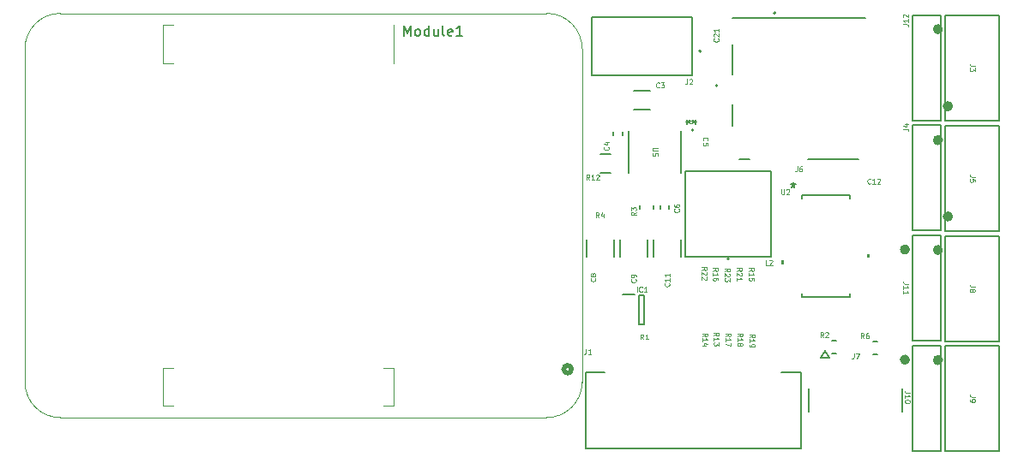
<source format=gbr>
%TF.GenerationSoftware,KiCad,Pcbnew,8.0.2*%
%TF.CreationDate,2024-10-21T09:55:00-04:00*%
%TF.ProjectId,Pi_Board,50695f42-6f61-4726-942e-6b696361645f,rev?*%
%TF.SameCoordinates,Original*%
%TF.FileFunction,Legend,Top*%
%TF.FilePolarity,Positive*%
%FSLAX46Y46*%
G04 Gerber Fmt 4.6, Leading zero omitted, Abs format (unit mm)*
G04 Created by KiCad (PCBNEW 8.0.2) date 2024-10-21 09:55:00*
%MOMM*%
%LPD*%
G01*
G04 APERTURE LIST*
%ADD10C,0.075000*%
%ADD11C,0.150000*%
%ADD12C,0.080000*%
%ADD13C,0.152400*%
%ADD14C,0.508000*%
%ADD15C,0.000000*%
%ADD16C,0.200000*%
%ADD17C,0.127000*%
%ADD18C,0.120000*%
G04 APERTURE END LIST*
D10*
X199827409Y-54654761D02*
X200184552Y-54654761D01*
X200184552Y-54654761D02*
X200255980Y-54678570D01*
X200255980Y-54678570D02*
X200303600Y-54726189D01*
X200303600Y-54726189D02*
X200327409Y-54797618D01*
X200327409Y-54797618D02*
X200327409Y-54845237D01*
X200327409Y-54154761D02*
X200327409Y-54440475D01*
X200327409Y-54297618D02*
X199827409Y-54297618D01*
X199827409Y-54297618D02*
X199898838Y-54345237D01*
X199898838Y-54345237D02*
X199946457Y-54392856D01*
X199946457Y-54392856D02*
X199970266Y-54440475D01*
X199875028Y-53964285D02*
X199851219Y-53940476D01*
X199851219Y-53940476D02*
X199827409Y-53892857D01*
X199827409Y-53892857D02*
X199827409Y-53773809D01*
X199827409Y-53773809D02*
X199851219Y-53726190D01*
X199851219Y-53726190D02*
X199875028Y-53702381D01*
X199875028Y-53702381D02*
X199922647Y-53678571D01*
X199922647Y-53678571D02*
X199970266Y-53678571D01*
X199970266Y-53678571D02*
X200041695Y-53702381D01*
X200041695Y-53702381D02*
X200327409Y-53988095D01*
X200327409Y-53988095D02*
X200327409Y-53678571D01*
X186516666Y-78477409D02*
X186278571Y-78477409D01*
X186278571Y-78477409D02*
X186278571Y-77977409D01*
X186659524Y-78025028D02*
X186683333Y-78001219D01*
X186683333Y-78001219D02*
X186730952Y-77977409D01*
X186730952Y-77977409D02*
X186850000Y-77977409D01*
X186850000Y-77977409D02*
X186897619Y-78001219D01*
X186897619Y-78001219D02*
X186921428Y-78025028D01*
X186921428Y-78025028D02*
X186945238Y-78072647D01*
X186945238Y-78072647D02*
X186945238Y-78120266D01*
X186945238Y-78120266D02*
X186921428Y-78191695D01*
X186921428Y-78191695D02*
X186635714Y-78477409D01*
X186635714Y-78477409D02*
X186945238Y-78477409D01*
X184622590Y-79078571D02*
X184860685Y-78911905D01*
X184622590Y-78792857D02*
X185122590Y-78792857D01*
X185122590Y-78792857D02*
X185122590Y-78983333D01*
X185122590Y-78983333D02*
X185098780Y-79030952D01*
X185098780Y-79030952D02*
X185074971Y-79054762D01*
X185074971Y-79054762D02*
X185027352Y-79078571D01*
X185027352Y-79078571D02*
X184955923Y-79078571D01*
X184955923Y-79078571D02*
X184908304Y-79054762D01*
X184908304Y-79054762D02*
X184884495Y-79030952D01*
X184884495Y-79030952D02*
X184860685Y-78983333D01*
X184860685Y-78983333D02*
X184860685Y-78792857D01*
X184622590Y-79554762D02*
X184622590Y-79269048D01*
X184622590Y-79411905D02*
X185122590Y-79411905D01*
X185122590Y-79411905D02*
X185051161Y-79364286D01*
X185051161Y-79364286D02*
X185003542Y-79316667D01*
X185003542Y-79316667D02*
X184979733Y-79269048D01*
X185122590Y-80007142D02*
X185122590Y-79769047D01*
X185122590Y-79769047D02*
X184884495Y-79745238D01*
X184884495Y-79745238D02*
X184908304Y-79769047D01*
X184908304Y-79769047D02*
X184932114Y-79816666D01*
X184932114Y-79816666D02*
X184932114Y-79935714D01*
X184932114Y-79935714D02*
X184908304Y-79983333D01*
X184908304Y-79983333D02*
X184884495Y-80007142D01*
X184884495Y-80007142D02*
X184836876Y-80030952D01*
X184836876Y-80030952D02*
X184717828Y-80030952D01*
X184717828Y-80030952D02*
X184670209Y-80007142D01*
X184670209Y-80007142D02*
X184646400Y-79983333D01*
X184646400Y-79983333D02*
X184622590Y-79935714D01*
X184622590Y-79935714D02*
X184622590Y-79816666D01*
X184622590Y-79816666D02*
X184646400Y-79769047D01*
X184646400Y-79769047D02*
X184670209Y-79745238D01*
X196628571Y-70379790D02*
X196604762Y-70403600D01*
X196604762Y-70403600D02*
X196533333Y-70427409D01*
X196533333Y-70427409D02*
X196485714Y-70427409D01*
X196485714Y-70427409D02*
X196414286Y-70403600D01*
X196414286Y-70403600D02*
X196366667Y-70355980D01*
X196366667Y-70355980D02*
X196342857Y-70308361D01*
X196342857Y-70308361D02*
X196319048Y-70213123D01*
X196319048Y-70213123D02*
X196319048Y-70141695D01*
X196319048Y-70141695D02*
X196342857Y-70046457D01*
X196342857Y-70046457D02*
X196366667Y-69998838D01*
X196366667Y-69998838D02*
X196414286Y-69951219D01*
X196414286Y-69951219D02*
X196485714Y-69927409D01*
X196485714Y-69927409D02*
X196533333Y-69927409D01*
X196533333Y-69927409D02*
X196604762Y-69951219D01*
X196604762Y-69951219D02*
X196628571Y-69975028D01*
X197104762Y-70427409D02*
X196819048Y-70427409D01*
X196961905Y-70427409D02*
X196961905Y-69927409D01*
X196961905Y-69927409D02*
X196914286Y-69998838D01*
X196914286Y-69998838D02*
X196866667Y-70046457D01*
X196866667Y-70046457D02*
X196819048Y-70070266D01*
X197295238Y-69975028D02*
X197319047Y-69951219D01*
X197319047Y-69951219D02*
X197366666Y-69927409D01*
X197366666Y-69927409D02*
X197485714Y-69927409D01*
X197485714Y-69927409D02*
X197533333Y-69951219D01*
X197533333Y-69951219D02*
X197557142Y-69975028D01*
X197557142Y-69975028D02*
X197580952Y-70022647D01*
X197580952Y-70022647D02*
X197580952Y-70070266D01*
X197580952Y-70070266D02*
X197557142Y-70141695D01*
X197557142Y-70141695D02*
X197271428Y-70427409D01*
X197271428Y-70427409D02*
X197580952Y-70427409D01*
X183422590Y-79078571D02*
X183660685Y-78911905D01*
X183422590Y-78792857D02*
X183922590Y-78792857D01*
X183922590Y-78792857D02*
X183922590Y-78983333D01*
X183922590Y-78983333D02*
X183898780Y-79030952D01*
X183898780Y-79030952D02*
X183874971Y-79054762D01*
X183874971Y-79054762D02*
X183827352Y-79078571D01*
X183827352Y-79078571D02*
X183755923Y-79078571D01*
X183755923Y-79078571D02*
X183708304Y-79054762D01*
X183708304Y-79054762D02*
X183684495Y-79030952D01*
X183684495Y-79030952D02*
X183660685Y-78983333D01*
X183660685Y-78983333D02*
X183660685Y-78792857D01*
X183874971Y-79269048D02*
X183898780Y-79292857D01*
X183898780Y-79292857D02*
X183922590Y-79340476D01*
X183922590Y-79340476D02*
X183922590Y-79459524D01*
X183922590Y-79459524D02*
X183898780Y-79507143D01*
X183898780Y-79507143D02*
X183874971Y-79530952D01*
X183874971Y-79530952D02*
X183827352Y-79554762D01*
X183827352Y-79554762D02*
X183779733Y-79554762D01*
X183779733Y-79554762D02*
X183708304Y-79530952D01*
X183708304Y-79530952D02*
X183422590Y-79245238D01*
X183422590Y-79245238D02*
X183422590Y-79554762D01*
X183422590Y-80030952D02*
X183422590Y-79745238D01*
X183422590Y-79888095D02*
X183922590Y-79888095D01*
X183922590Y-79888095D02*
X183851161Y-79840476D01*
X183851161Y-79840476D02*
X183803542Y-79792857D01*
X183803542Y-79792857D02*
X183779733Y-79745238D01*
X187819047Y-70977409D02*
X187819047Y-71382171D01*
X187819047Y-71382171D02*
X187842857Y-71429790D01*
X187842857Y-71429790D02*
X187866666Y-71453600D01*
X187866666Y-71453600D02*
X187914285Y-71477409D01*
X187914285Y-71477409D02*
X188009523Y-71477409D01*
X188009523Y-71477409D02*
X188057142Y-71453600D01*
X188057142Y-71453600D02*
X188080952Y-71429790D01*
X188080952Y-71429790D02*
X188104761Y-71382171D01*
X188104761Y-71382171D02*
X188104761Y-70977409D01*
X188319048Y-71025028D02*
X188342857Y-71001219D01*
X188342857Y-71001219D02*
X188390476Y-70977409D01*
X188390476Y-70977409D02*
X188509524Y-70977409D01*
X188509524Y-70977409D02*
X188557143Y-71001219D01*
X188557143Y-71001219D02*
X188580952Y-71025028D01*
X188580952Y-71025028D02*
X188604762Y-71072647D01*
X188604762Y-71072647D02*
X188604762Y-71120266D01*
X188604762Y-71120266D02*
X188580952Y-71191695D01*
X188580952Y-71191695D02*
X188295238Y-71477409D01*
X188295238Y-71477409D02*
X188604762Y-71477409D01*
D11*
X188972500Y-70331219D02*
X188972500Y-70569314D01*
X188734405Y-70474076D02*
X188972500Y-70569314D01*
X188972500Y-70569314D02*
X189210595Y-70474076D01*
X188829643Y-70759790D02*
X188972500Y-70569314D01*
X188972500Y-70569314D02*
X189115357Y-70759790D01*
X188972500Y-70331219D02*
X188972500Y-70569314D01*
X188734405Y-70474076D02*
X188972500Y-70569314D01*
X188972500Y-70569314D02*
X189210595Y-70474076D01*
X188829643Y-70759790D02*
X188972500Y-70569314D01*
X188972500Y-70569314D02*
X189115357Y-70759790D01*
D10*
X181145890Y-85478571D02*
X181383985Y-85311905D01*
X181145890Y-85192857D02*
X181645890Y-85192857D01*
X181645890Y-85192857D02*
X181645890Y-85383333D01*
X181645890Y-85383333D02*
X181622080Y-85430952D01*
X181622080Y-85430952D02*
X181598271Y-85454762D01*
X181598271Y-85454762D02*
X181550652Y-85478571D01*
X181550652Y-85478571D02*
X181479223Y-85478571D01*
X181479223Y-85478571D02*
X181431604Y-85454762D01*
X181431604Y-85454762D02*
X181407795Y-85430952D01*
X181407795Y-85430952D02*
X181383985Y-85383333D01*
X181383985Y-85383333D02*
X181383985Y-85192857D01*
X181145890Y-85954762D02*
X181145890Y-85669048D01*
X181145890Y-85811905D02*
X181645890Y-85811905D01*
X181645890Y-85811905D02*
X181574461Y-85764286D01*
X181574461Y-85764286D02*
X181526842Y-85716667D01*
X181526842Y-85716667D02*
X181503033Y-85669048D01*
X181645890Y-86121428D02*
X181645890Y-86430952D01*
X181645890Y-86430952D02*
X181455414Y-86264285D01*
X181455414Y-86264285D02*
X181455414Y-86335714D01*
X181455414Y-86335714D02*
X181431604Y-86383333D01*
X181431604Y-86383333D02*
X181407795Y-86407142D01*
X181407795Y-86407142D02*
X181360176Y-86430952D01*
X181360176Y-86430952D02*
X181241128Y-86430952D01*
X181241128Y-86430952D02*
X181193509Y-86407142D01*
X181193509Y-86407142D02*
X181169700Y-86383333D01*
X181169700Y-86383333D02*
X181145890Y-86335714D01*
X181145890Y-86335714D02*
X181145890Y-86192857D01*
X181145890Y-86192857D02*
X181169700Y-86145238D01*
X181169700Y-86145238D02*
X181193509Y-86121428D01*
X175585890Y-66873747D02*
X175181128Y-66873747D01*
X175181128Y-66873747D02*
X175133509Y-66897557D01*
X175133509Y-66897557D02*
X175109700Y-66921366D01*
X175109700Y-66921366D02*
X175085890Y-66968985D01*
X175085890Y-66968985D02*
X175085890Y-67064223D01*
X175085890Y-67064223D02*
X175109700Y-67111842D01*
X175109700Y-67111842D02*
X175133509Y-67135652D01*
X175133509Y-67135652D02*
X175181128Y-67159461D01*
X175181128Y-67159461D02*
X175585890Y-67159461D01*
X175585890Y-67635652D02*
X175585890Y-67397557D01*
X175585890Y-67397557D02*
X175347795Y-67373748D01*
X175347795Y-67373748D02*
X175371604Y-67397557D01*
X175371604Y-67397557D02*
X175395414Y-67445176D01*
X175395414Y-67445176D02*
X175395414Y-67564224D01*
X175395414Y-67564224D02*
X175371604Y-67611843D01*
X175371604Y-67611843D02*
X175347795Y-67635652D01*
X175347795Y-67635652D02*
X175300176Y-67659462D01*
X175300176Y-67659462D02*
X175181128Y-67659462D01*
X175181128Y-67659462D02*
X175133509Y-67635652D01*
X175133509Y-67635652D02*
X175109700Y-67611843D01*
X175109700Y-67611843D02*
X175085890Y-67564224D01*
X175085890Y-67564224D02*
X175085890Y-67445176D01*
X175085890Y-67445176D02*
X175109700Y-67397557D01*
X175109700Y-67397557D02*
X175133509Y-67373748D01*
D11*
X178374919Y-64320999D02*
X178613014Y-64320999D01*
X178517776Y-64559094D02*
X178613014Y-64320999D01*
X178613014Y-64320999D02*
X178517776Y-64082904D01*
X178803490Y-64463856D02*
X178613014Y-64320999D01*
X178613014Y-64320999D02*
X178803490Y-64178142D01*
X179465280Y-64321000D02*
X179227185Y-64321000D01*
X179322423Y-64082905D02*
X179227185Y-64321000D01*
X179227185Y-64321000D02*
X179322423Y-64559095D01*
X179036709Y-64178143D02*
X179227185Y-64321000D01*
X179227185Y-64321000D02*
X179036709Y-64463857D01*
D10*
X195966666Y-85727409D02*
X195800000Y-85489314D01*
X195680952Y-85727409D02*
X195680952Y-85227409D01*
X195680952Y-85227409D02*
X195871428Y-85227409D01*
X195871428Y-85227409D02*
X195919047Y-85251219D01*
X195919047Y-85251219D02*
X195942857Y-85275028D01*
X195942857Y-85275028D02*
X195966666Y-85322647D01*
X195966666Y-85322647D02*
X195966666Y-85394076D01*
X195966666Y-85394076D02*
X195942857Y-85441695D01*
X195942857Y-85441695D02*
X195919047Y-85465504D01*
X195919047Y-85465504D02*
X195871428Y-85489314D01*
X195871428Y-85489314D02*
X195680952Y-85489314D01*
X196395238Y-85227409D02*
X196300000Y-85227409D01*
X196300000Y-85227409D02*
X196252381Y-85251219D01*
X196252381Y-85251219D02*
X196228571Y-85275028D01*
X196228571Y-85275028D02*
X196180952Y-85346457D01*
X196180952Y-85346457D02*
X196157143Y-85441695D01*
X196157143Y-85441695D02*
X196157143Y-85632171D01*
X196157143Y-85632171D02*
X196180952Y-85679790D01*
X196180952Y-85679790D02*
X196204762Y-85703600D01*
X196204762Y-85703600D02*
X196252381Y-85727409D01*
X196252381Y-85727409D02*
X196347619Y-85727409D01*
X196347619Y-85727409D02*
X196395238Y-85703600D01*
X196395238Y-85703600D02*
X196419047Y-85679790D01*
X196419047Y-85679790D02*
X196442857Y-85632171D01*
X196442857Y-85632171D02*
X196442857Y-85513123D01*
X196442857Y-85513123D02*
X196419047Y-85465504D01*
X196419047Y-85465504D02*
X196395238Y-85441695D01*
X196395238Y-85441695D02*
X196347619Y-85417885D01*
X196347619Y-85417885D02*
X196252381Y-85417885D01*
X196252381Y-85417885D02*
X196204762Y-85441695D01*
X196204762Y-85441695D02*
X196180952Y-85465504D01*
X196180952Y-85465504D02*
X196157143Y-85513123D01*
X182320891Y-85528571D02*
X182558986Y-85361905D01*
X182320891Y-85242857D02*
X182820891Y-85242857D01*
X182820891Y-85242857D02*
X182820891Y-85433333D01*
X182820891Y-85433333D02*
X182797081Y-85480952D01*
X182797081Y-85480952D02*
X182773272Y-85504762D01*
X182773272Y-85504762D02*
X182725653Y-85528571D01*
X182725653Y-85528571D02*
X182654224Y-85528571D01*
X182654224Y-85528571D02*
X182606605Y-85504762D01*
X182606605Y-85504762D02*
X182582796Y-85480952D01*
X182582796Y-85480952D02*
X182558986Y-85433333D01*
X182558986Y-85433333D02*
X182558986Y-85242857D01*
X182320891Y-86004762D02*
X182320891Y-85719048D01*
X182320891Y-85861905D02*
X182820891Y-85861905D01*
X182820891Y-85861905D02*
X182749462Y-85814286D01*
X182749462Y-85814286D02*
X182701843Y-85766667D01*
X182701843Y-85766667D02*
X182678034Y-85719048D01*
X182820891Y-86171428D02*
X182820891Y-86504761D01*
X182820891Y-86504761D02*
X182320891Y-86290476D01*
X180120209Y-66166666D02*
X180096400Y-66142857D01*
X180096400Y-66142857D02*
X180072590Y-66071428D01*
X180072590Y-66071428D02*
X180072590Y-66023809D01*
X180072590Y-66023809D02*
X180096400Y-65952381D01*
X180096400Y-65952381D02*
X180144019Y-65904762D01*
X180144019Y-65904762D02*
X180191638Y-65880952D01*
X180191638Y-65880952D02*
X180286876Y-65857143D01*
X180286876Y-65857143D02*
X180358304Y-65857143D01*
X180358304Y-65857143D02*
X180453542Y-65880952D01*
X180453542Y-65880952D02*
X180501161Y-65904762D01*
X180501161Y-65904762D02*
X180548780Y-65952381D01*
X180548780Y-65952381D02*
X180572590Y-66023809D01*
X180572590Y-66023809D02*
X180572590Y-66071428D01*
X180572590Y-66071428D02*
X180548780Y-66142857D01*
X180548780Y-66142857D02*
X180524971Y-66166666D01*
X180572590Y-66619047D02*
X180572590Y-66380952D01*
X180572590Y-66380952D02*
X180334495Y-66357143D01*
X180334495Y-66357143D02*
X180358304Y-66380952D01*
X180358304Y-66380952D02*
X180382114Y-66428571D01*
X180382114Y-66428571D02*
X180382114Y-66547619D01*
X180382114Y-66547619D02*
X180358304Y-66595238D01*
X180358304Y-66595238D02*
X180334495Y-66619047D01*
X180334495Y-66619047D02*
X180286876Y-66642857D01*
X180286876Y-66642857D02*
X180167828Y-66642857D01*
X180167828Y-66642857D02*
X180120209Y-66619047D01*
X180120209Y-66619047D02*
X180096400Y-66595238D01*
X180096400Y-66595238D02*
X180072590Y-66547619D01*
X180072590Y-66547619D02*
X180072590Y-66428571D01*
X180072590Y-66428571D02*
X180096400Y-66380952D01*
X180096400Y-66380952D02*
X180120209Y-66357143D01*
X206927590Y-80638333D02*
X206570447Y-80638333D01*
X206570447Y-80638333D02*
X206499019Y-80614524D01*
X206499019Y-80614524D02*
X206451400Y-80566905D01*
X206451400Y-80566905D02*
X206427590Y-80495476D01*
X206427590Y-80495476D02*
X206427590Y-80447857D01*
X206713304Y-80947857D02*
X206737114Y-80900238D01*
X206737114Y-80900238D02*
X206760923Y-80876428D01*
X206760923Y-80876428D02*
X206808542Y-80852619D01*
X206808542Y-80852619D02*
X206832352Y-80852619D01*
X206832352Y-80852619D02*
X206879971Y-80876428D01*
X206879971Y-80876428D02*
X206903780Y-80900238D01*
X206903780Y-80900238D02*
X206927590Y-80947857D01*
X206927590Y-80947857D02*
X206927590Y-81043095D01*
X206927590Y-81043095D02*
X206903780Y-81090714D01*
X206903780Y-81090714D02*
X206879971Y-81114523D01*
X206879971Y-81114523D02*
X206832352Y-81138333D01*
X206832352Y-81138333D02*
X206808542Y-81138333D01*
X206808542Y-81138333D02*
X206760923Y-81114523D01*
X206760923Y-81114523D02*
X206737114Y-81090714D01*
X206737114Y-81090714D02*
X206713304Y-81043095D01*
X206713304Y-81043095D02*
X206713304Y-80947857D01*
X206713304Y-80947857D02*
X206689495Y-80900238D01*
X206689495Y-80900238D02*
X206665685Y-80876428D01*
X206665685Y-80876428D02*
X206618066Y-80852619D01*
X206618066Y-80852619D02*
X206522828Y-80852619D01*
X206522828Y-80852619D02*
X206475209Y-80876428D01*
X206475209Y-80876428D02*
X206451400Y-80900238D01*
X206451400Y-80900238D02*
X206427590Y-80947857D01*
X206427590Y-80947857D02*
X206427590Y-81043095D01*
X206427590Y-81043095D02*
X206451400Y-81090714D01*
X206451400Y-81090714D02*
X206475209Y-81114523D01*
X206475209Y-81114523D02*
X206522828Y-81138333D01*
X206522828Y-81138333D02*
X206618066Y-81138333D01*
X206618066Y-81138333D02*
X206665685Y-81114523D01*
X206665685Y-81114523D02*
X206689495Y-81090714D01*
X206689495Y-81090714D02*
X206713304Y-81043095D01*
X181072590Y-79078571D02*
X181310685Y-78911905D01*
X181072590Y-78792857D02*
X181572590Y-78792857D01*
X181572590Y-78792857D02*
X181572590Y-78983333D01*
X181572590Y-78983333D02*
X181548780Y-79030952D01*
X181548780Y-79030952D02*
X181524971Y-79054762D01*
X181524971Y-79054762D02*
X181477352Y-79078571D01*
X181477352Y-79078571D02*
X181405923Y-79078571D01*
X181405923Y-79078571D02*
X181358304Y-79054762D01*
X181358304Y-79054762D02*
X181334495Y-79030952D01*
X181334495Y-79030952D02*
X181310685Y-78983333D01*
X181310685Y-78983333D02*
X181310685Y-78792857D01*
X181072590Y-79554762D02*
X181072590Y-79269048D01*
X181072590Y-79411905D02*
X181572590Y-79411905D01*
X181572590Y-79411905D02*
X181501161Y-79364286D01*
X181501161Y-79364286D02*
X181453542Y-79316667D01*
X181453542Y-79316667D02*
X181429733Y-79269048D01*
X181572590Y-79983333D02*
X181572590Y-79888095D01*
X181572590Y-79888095D02*
X181548780Y-79840476D01*
X181548780Y-79840476D02*
X181524971Y-79816666D01*
X181524971Y-79816666D02*
X181453542Y-79769047D01*
X181453542Y-79769047D02*
X181358304Y-79745238D01*
X181358304Y-79745238D02*
X181167828Y-79745238D01*
X181167828Y-79745238D02*
X181120209Y-79769047D01*
X181120209Y-79769047D02*
X181096400Y-79792857D01*
X181096400Y-79792857D02*
X181072590Y-79840476D01*
X181072590Y-79840476D02*
X181072590Y-79935714D01*
X181072590Y-79935714D02*
X181096400Y-79983333D01*
X181096400Y-79983333D02*
X181120209Y-80007142D01*
X181120209Y-80007142D02*
X181167828Y-80030952D01*
X181167828Y-80030952D02*
X181286876Y-80030952D01*
X181286876Y-80030952D02*
X181334495Y-80007142D01*
X181334495Y-80007142D02*
X181358304Y-79983333D01*
X181358304Y-79983333D02*
X181382114Y-79935714D01*
X181382114Y-79935714D02*
X181382114Y-79840476D01*
X181382114Y-79840476D02*
X181358304Y-79792857D01*
X181358304Y-79792857D02*
X181334495Y-79769047D01*
X181334495Y-79769047D02*
X181286876Y-79745238D01*
X183472590Y-85528571D02*
X183710685Y-85361905D01*
X183472590Y-85242857D02*
X183972590Y-85242857D01*
X183972590Y-85242857D02*
X183972590Y-85433333D01*
X183972590Y-85433333D02*
X183948780Y-85480952D01*
X183948780Y-85480952D02*
X183924971Y-85504762D01*
X183924971Y-85504762D02*
X183877352Y-85528571D01*
X183877352Y-85528571D02*
X183805923Y-85528571D01*
X183805923Y-85528571D02*
X183758304Y-85504762D01*
X183758304Y-85504762D02*
X183734495Y-85480952D01*
X183734495Y-85480952D02*
X183710685Y-85433333D01*
X183710685Y-85433333D02*
X183710685Y-85242857D01*
X183472590Y-86004762D02*
X183472590Y-85719048D01*
X183472590Y-85861905D02*
X183972590Y-85861905D01*
X183972590Y-85861905D02*
X183901161Y-85814286D01*
X183901161Y-85814286D02*
X183853542Y-85766667D01*
X183853542Y-85766667D02*
X183829733Y-85719048D01*
X183758304Y-86290476D02*
X183782114Y-86242857D01*
X183782114Y-86242857D02*
X183805923Y-86219047D01*
X183805923Y-86219047D02*
X183853542Y-86195238D01*
X183853542Y-86195238D02*
X183877352Y-86195238D01*
X183877352Y-86195238D02*
X183924971Y-86219047D01*
X183924971Y-86219047D02*
X183948780Y-86242857D01*
X183948780Y-86242857D02*
X183972590Y-86290476D01*
X183972590Y-86290476D02*
X183972590Y-86385714D01*
X183972590Y-86385714D02*
X183948780Y-86433333D01*
X183948780Y-86433333D02*
X183924971Y-86457142D01*
X183924971Y-86457142D02*
X183877352Y-86480952D01*
X183877352Y-86480952D02*
X183853542Y-86480952D01*
X183853542Y-86480952D02*
X183805923Y-86457142D01*
X183805923Y-86457142D02*
X183782114Y-86433333D01*
X183782114Y-86433333D02*
X183758304Y-86385714D01*
X183758304Y-86385714D02*
X183758304Y-86290476D01*
X183758304Y-86290476D02*
X183734495Y-86242857D01*
X183734495Y-86242857D02*
X183710685Y-86219047D01*
X183710685Y-86219047D02*
X183663066Y-86195238D01*
X183663066Y-86195238D02*
X183567828Y-86195238D01*
X183567828Y-86195238D02*
X183520209Y-86219047D01*
X183520209Y-86219047D02*
X183496400Y-86242857D01*
X183496400Y-86242857D02*
X183472590Y-86290476D01*
X183472590Y-86290476D02*
X183472590Y-86385714D01*
X183472590Y-86385714D02*
X183496400Y-86433333D01*
X183496400Y-86433333D02*
X183520209Y-86457142D01*
X183520209Y-86457142D02*
X183567828Y-86480952D01*
X183567828Y-86480952D02*
X183663066Y-86480952D01*
X183663066Y-86480952D02*
X183710685Y-86457142D01*
X183710685Y-86457142D02*
X183734495Y-86433333D01*
X183734495Y-86433333D02*
X183758304Y-86385714D01*
D12*
X168878571Y-70027149D02*
X168711905Y-69789054D01*
X168592857Y-70027149D02*
X168592857Y-69527149D01*
X168592857Y-69527149D02*
X168783333Y-69527149D01*
X168783333Y-69527149D02*
X168830952Y-69550959D01*
X168830952Y-69550959D02*
X168854762Y-69574768D01*
X168854762Y-69574768D02*
X168878571Y-69622387D01*
X168878571Y-69622387D02*
X168878571Y-69693816D01*
X168878571Y-69693816D02*
X168854762Y-69741435D01*
X168854762Y-69741435D02*
X168830952Y-69765244D01*
X168830952Y-69765244D02*
X168783333Y-69789054D01*
X168783333Y-69789054D02*
X168592857Y-69789054D01*
X169354762Y-70027149D02*
X169069048Y-70027149D01*
X169211905Y-70027149D02*
X169211905Y-69527149D01*
X169211905Y-69527149D02*
X169164286Y-69598578D01*
X169164286Y-69598578D02*
X169116667Y-69646197D01*
X169116667Y-69646197D02*
X169069048Y-69670006D01*
X169545238Y-69574768D02*
X169569047Y-69550959D01*
X169569047Y-69550959D02*
X169616666Y-69527149D01*
X169616666Y-69527149D02*
X169735714Y-69527149D01*
X169735714Y-69527149D02*
X169783333Y-69550959D01*
X169783333Y-69550959D02*
X169807142Y-69574768D01*
X169807142Y-69574768D02*
X169830952Y-69622387D01*
X169830952Y-69622387D02*
X169830952Y-69670006D01*
X169830952Y-69670006D02*
X169807142Y-69741435D01*
X169807142Y-69741435D02*
X169521428Y-70027149D01*
X169521428Y-70027149D02*
X169830952Y-70027149D01*
D10*
X191966666Y-85627409D02*
X191800000Y-85389314D01*
X191680952Y-85627409D02*
X191680952Y-85127409D01*
X191680952Y-85127409D02*
X191871428Y-85127409D01*
X191871428Y-85127409D02*
X191919047Y-85151219D01*
X191919047Y-85151219D02*
X191942857Y-85175028D01*
X191942857Y-85175028D02*
X191966666Y-85222647D01*
X191966666Y-85222647D02*
X191966666Y-85294076D01*
X191966666Y-85294076D02*
X191942857Y-85341695D01*
X191942857Y-85341695D02*
X191919047Y-85365504D01*
X191919047Y-85365504D02*
X191871428Y-85389314D01*
X191871428Y-85389314D02*
X191680952Y-85389314D01*
X192157143Y-85175028D02*
X192180952Y-85151219D01*
X192180952Y-85151219D02*
X192228571Y-85127409D01*
X192228571Y-85127409D02*
X192347619Y-85127409D01*
X192347619Y-85127409D02*
X192395238Y-85151219D01*
X192395238Y-85151219D02*
X192419047Y-85175028D01*
X192419047Y-85175028D02*
X192442857Y-85222647D01*
X192442857Y-85222647D02*
X192442857Y-85270266D01*
X192442857Y-85270266D02*
X192419047Y-85341695D01*
X192419047Y-85341695D02*
X192133333Y-85627409D01*
X192133333Y-85627409D02*
X192442857Y-85627409D01*
X200522590Y-91145238D02*
X200165447Y-91145238D01*
X200165447Y-91145238D02*
X200094019Y-91121429D01*
X200094019Y-91121429D02*
X200046400Y-91073810D01*
X200046400Y-91073810D02*
X200022590Y-91002381D01*
X200022590Y-91002381D02*
X200022590Y-90954762D01*
X200022590Y-91645238D02*
X200022590Y-91359524D01*
X200022590Y-91502381D02*
X200522590Y-91502381D01*
X200522590Y-91502381D02*
X200451161Y-91454762D01*
X200451161Y-91454762D02*
X200403542Y-91407143D01*
X200403542Y-91407143D02*
X200379733Y-91359524D01*
X200522590Y-91954761D02*
X200522590Y-92002380D01*
X200522590Y-92002380D02*
X200498780Y-92049999D01*
X200498780Y-92049999D02*
X200474971Y-92073809D01*
X200474971Y-92073809D02*
X200427352Y-92097618D01*
X200427352Y-92097618D02*
X200332114Y-92121428D01*
X200332114Y-92121428D02*
X200213066Y-92121428D01*
X200213066Y-92121428D02*
X200117828Y-92097618D01*
X200117828Y-92097618D02*
X200070209Y-92073809D01*
X200070209Y-92073809D02*
X200046400Y-92049999D01*
X200046400Y-92049999D02*
X200022590Y-92002380D01*
X200022590Y-92002380D02*
X200022590Y-91954761D01*
X200022590Y-91954761D02*
X200046400Y-91907142D01*
X200046400Y-91907142D02*
X200070209Y-91883333D01*
X200070209Y-91883333D02*
X200117828Y-91859523D01*
X200117828Y-91859523D02*
X200213066Y-91835714D01*
X200213066Y-91835714D02*
X200332114Y-91835714D01*
X200332114Y-91835714D02*
X200427352Y-91859523D01*
X200427352Y-91859523D02*
X200474971Y-91883333D01*
X200474971Y-91883333D02*
X200498780Y-91907142D01*
X200498780Y-91907142D02*
X200522590Y-91954761D01*
X180022590Y-85528571D02*
X180260685Y-85361905D01*
X180022590Y-85242857D02*
X180522590Y-85242857D01*
X180522590Y-85242857D02*
X180522590Y-85433333D01*
X180522590Y-85433333D02*
X180498780Y-85480952D01*
X180498780Y-85480952D02*
X180474971Y-85504762D01*
X180474971Y-85504762D02*
X180427352Y-85528571D01*
X180427352Y-85528571D02*
X180355923Y-85528571D01*
X180355923Y-85528571D02*
X180308304Y-85504762D01*
X180308304Y-85504762D02*
X180284495Y-85480952D01*
X180284495Y-85480952D02*
X180260685Y-85433333D01*
X180260685Y-85433333D02*
X180260685Y-85242857D01*
X180022590Y-86004762D02*
X180022590Y-85719048D01*
X180022590Y-85861905D02*
X180522590Y-85861905D01*
X180522590Y-85861905D02*
X180451161Y-85814286D01*
X180451161Y-85814286D02*
X180403542Y-85766667D01*
X180403542Y-85766667D02*
X180379733Y-85719048D01*
X180355923Y-86433333D02*
X180022590Y-86433333D01*
X180546400Y-86314285D02*
X180189257Y-86195238D01*
X180189257Y-86195238D02*
X180189257Y-86504761D01*
X173561905Y-81127409D02*
X173561905Y-80627409D01*
X174085714Y-81079790D02*
X174061905Y-81103600D01*
X174061905Y-81103600D02*
X173990476Y-81127409D01*
X173990476Y-81127409D02*
X173942857Y-81127409D01*
X173942857Y-81127409D02*
X173871429Y-81103600D01*
X173871429Y-81103600D02*
X173823810Y-81055980D01*
X173823810Y-81055980D02*
X173800000Y-81008361D01*
X173800000Y-81008361D02*
X173776191Y-80913123D01*
X173776191Y-80913123D02*
X173776191Y-80841695D01*
X173776191Y-80841695D02*
X173800000Y-80746457D01*
X173800000Y-80746457D02*
X173823810Y-80698838D01*
X173823810Y-80698838D02*
X173871429Y-80651219D01*
X173871429Y-80651219D02*
X173942857Y-80627409D01*
X173942857Y-80627409D02*
X173990476Y-80627409D01*
X173990476Y-80627409D02*
X174061905Y-80651219D01*
X174061905Y-80651219D02*
X174085714Y-80675028D01*
X174561905Y-81127409D02*
X174276191Y-81127409D01*
X174419048Y-81127409D02*
X174419048Y-80627409D01*
X174419048Y-80627409D02*
X174371429Y-80698838D01*
X174371429Y-80698838D02*
X174323810Y-80746457D01*
X174323810Y-80746457D02*
X174276191Y-80770266D01*
X176729790Y-80271428D02*
X176753600Y-80295237D01*
X176753600Y-80295237D02*
X176777409Y-80366666D01*
X176777409Y-80366666D02*
X176777409Y-80414285D01*
X176777409Y-80414285D02*
X176753600Y-80485713D01*
X176753600Y-80485713D02*
X176705980Y-80533332D01*
X176705980Y-80533332D02*
X176658361Y-80557142D01*
X176658361Y-80557142D02*
X176563123Y-80580951D01*
X176563123Y-80580951D02*
X176491695Y-80580951D01*
X176491695Y-80580951D02*
X176396457Y-80557142D01*
X176396457Y-80557142D02*
X176348838Y-80533332D01*
X176348838Y-80533332D02*
X176301219Y-80485713D01*
X176301219Y-80485713D02*
X176277409Y-80414285D01*
X176277409Y-80414285D02*
X176277409Y-80366666D01*
X176277409Y-80366666D02*
X176301219Y-80295237D01*
X176301219Y-80295237D02*
X176325028Y-80271428D01*
X176777409Y-79795237D02*
X176777409Y-80080951D01*
X176777409Y-79938094D02*
X176277409Y-79938094D01*
X176277409Y-79938094D02*
X176348838Y-79985713D01*
X176348838Y-79985713D02*
X176396457Y-80033332D01*
X176396457Y-80033332D02*
X176420266Y-80080951D01*
X176777409Y-79319047D02*
X176777409Y-79604761D01*
X176777409Y-79461904D02*
X176277409Y-79461904D01*
X176277409Y-79461904D02*
X176348838Y-79509523D01*
X176348838Y-79509523D02*
X176396457Y-79557142D01*
X176396457Y-79557142D02*
X176420266Y-79604761D01*
D12*
X169816666Y-73777149D02*
X169650000Y-73539054D01*
X169530952Y-73777149D02*
X169530952Y-73277149D01*
X169530952Y-73277149D02*
X169721428Y-73277149D01*
X169721428Y-73277149D02*
X169769047Y-73300959D01*
X169769047Y-73300959D02*
X169792857Y-73324768D01*
X169792857Y-73324768D02*
X169816666Y-73372387D01*
X169816666Y-73372387D02*
X169816666Y-73443816D01*
X169816666Y-73443816D02*
X169792857Y-73491435D01*
X169792857Y-73491435D02*
X169769047Y-73515244D01*
X169769047Y-73515244D02*
X169721428Y-73539054D01*
X169721428Y-73539054D02*
X169530952Y-73539054D01*
X170245238Y-73443816D02*
X170245238Y-73777149D01*
X170126190Y-73253340D02*
X170007143Y-73610482D01*
X170007143Y-73610482D02*
X170316666Y-73610482D01*
D10*
X206927590Y-58793333D02*
X206570447Y-58793333D01*
X206570447Y-58793333D02*
X206499019Y-58769524D01*
X206499019Y-58769524D02*
X206451400Y-58721905D01*
X206451400Y-58721905D02*
X206427590Y-58650476D01*
X206427590Y-58650476D02*
X206427590Y-58602857D01*
X206927590Y-58983809D02*
X206927590Y-59293333D01*
X206927590Y-59293333D02*
X206737114Y-59126666D01*
X206737114Y-59126666D02*
X206737114Y-59198095D01*
X206737114Y-59198095D02*
X206713304Y-59245714D01*
X206713304Y-59245714D02*
X206689495Y-59269523D01*
X206689495Y-59269523D02*
X206641876Y-59293333D01*
X206641876Y-59293333D02*
X206522828Y-59293333D01*
X206522828Y-59293333D02*
X206475209Y-59269523D01*
X206475209Y-59269523D02*
X206451400Y-59245714D01*
X206451400Y-59245714D02*
X206427590Y-59198095D01*
X206427590Y-59198095D02*
X206427590Y-59055238D01*
X206427590Y-59055238D02*
X206451400Y-59007619D01*
X206451400Y-59007619D02*
X206475209Y-58983809D01*
X173477409Y-73264233D02*
X173239314Y-73430899D01*
X173477409Y-73549947D02*
X172977409Y-73549947D01*
X172977409Y-73549947D02*
X172977409Y-73359471D01*
X172977409Y-73359471D02*
X173001219Y-73311852D01*
X173001219Y-73311852D02*
X173025028Y-73288042D01*
X173025028Y-73288042D02*
X173072647Y-73264233D01*
X173072647Y-73264233D02*
X173144076Y-73264233D01*
X173144076Y-73264233D02*
X173191695Y-73288042D01*
X173191695Y-73288042D02*
X173215504Y-73311852D01*
X173215504Y-73311852D02*
X173239314Y-73359471D01*
X173239314Y-73359471D02*
X173239314Y-73549947D01*
X172977409Y-73097566D02*
X172977409Y-72788042D01*
X172977409Y-72788042D02*
X173167885Y-72954709D01*
X173167885Y-72954709D02*
X173167885Y-72883280D01*
X173167885Y-72883280D02*
X173191695Y-72835661D01*
X173191695Y-72835661D02*
X173215504Y-72811852D01*
X173215504Y-72811852D02*
X173263123Y-72788042D01*
X173263123Y-72788042D02*
X173382171Y-72788042D01*
X173382171Y-72788042D02*
X173429790Y-72811852D01*
X173429790Y-72811852D02*
X173453600Y-72835661D01*
X173453600Y-72835661D02*
X173477409Y-72883280D01*
X173477409Y-72883280D02*
X173477409Y-73026137D01*
X173477409Y-73026137D02*
X173453600Y-73073756D01*
X173453600Y-73073756D02*
X173429790Y-73097566D01*
D12*
X175766666Y-60879530D02*
X175742857Y-60903340D01*
X175742857Y-60903340D02*
X175671428Y-60927149D01*
X175671428Y-60927149D02*
X175623809Y-60927149D01*
X175623809Y-60927149D02*
X175552381Y-60903340D01*
X175552381Y-60903340D02*
X175504762Y-60855720D01*
X175504762Y-60855720D02*
X175480952Y-60808101D01*
X175480952Y-60808101D02*
X175457143Y-60712863D01*
X175457143Y-60712863D02*
X175457143Y-60641435D01*
X175457143Y-60641435D02*
X175480952Y-60546197D01*
X175480952Y-60546197D02*
X175504762Y-60498578D01*
X175504762Y-60498578D02*
X175552381Y-60450959D01*
X175552381Y-60450959D02*
X175623809Y-60427149D01*
X175623809Y-60427149D02*
X175671428Y-60427149D01*
X175671428Y-60427149D02*
X175742857Y-60450959D01*
X175742857Y-60450959D02*
X175766666Y-60474768D01*
X175933333Y-60427149D02*
X176242857Y-60427149D01*
X176242857Y-60427149D02*
X176076190Y-60617625D01*
X176076190Y-60617625D02*
X176147619Y-60617625D01*
X176147619Y-60617625D02*
X176195238Y-60641435D01*
X176195238Y-60641435D02*
X176219047Y-60665244D01*
X176219047Y-60665244D02*
X176242857Y-60712863D01*
X176242857Y-60712863D02*
X176242857Y-60831911D01*
X176242857Y-60831911D02*
X176219047Y-60879530D01*
X176219047Y-60879530D02*
X176195238Y-60903340D01*
X176195238Y-60903340D02*
X176147619Y-60927149D01*
X176147619Y-60927149D02*
X176004762Y-60927149D01*
X176004762Y-60927149D02*
X175957143Y-60903340D01*
X175957143Y-60903340D02*
X175933333Y-60879530D01*
D10*
X194983333Y-87227409D02*
X194983333Y-87584552D01*
X194983333Y-87584552D02*
X194959524Y-87655980D01*
X194959524Y-87655980D02*
X194911905Y-87703600D01*
X194911905Y-87703600D02*
X194840476Y-87727409D01*
X194840476Y-87727409D02*
X194792857Y-87727409D01*
X195173809Y-87227409D02*
X195507142Y-87227409D01*
X195507142Y-87227409D02*
X195292857Y-87727409D01*
D12*
X170729530Y-66783333D02*
X170753340Y-66807142D01*
X170753340Y-66807142D02*
X170777149Y-66878571D01*
X170777149Y-66878571D02*
X170777149Y-66926190D01*
X170777149Y-66926190D02*
X170753340Y-66997618D01*
X170753340Y-66997618D02*
X170705720Y-67045237D01*
X170705720Y-67045237D02*
X170658101Y-67069047D01*
X170658101Y-67069047D02*
X170562863Y-67092856D01*
X170562863Y-67092856D02*
X170491435Y-67092856D01*
X170491435Y-67092856D02*
X170396197Y-67069047D01*
X170396197Y-67069047D02*
X170348578Y-67045237D01*
X170348578Y-67045237D02*
X170300959Y-66997618D01*
X170300959Y-66997618D02*
X170277149Y-66926190D01*
X170277149Y-66926190D02*
X170277149Y-66878571D01*
X170277149Y-66878571D02*
X170300959Y-66807142D01*
X170300959Y-66807142D02*
X170324768Y-66783333D01*
X170443816Y-66354761D02*
X170777149Y-66354761D01*
X170253340Y-66473809D02*
X170610482Y-66592856D01*
X170610482Y-66592856D02*
X170610482Y-66283333D01*
D10*
X179970890Y-78978571D02*
X180208985Y-78811905D01*
X179970890Y-78692857D02*
X180470890Y-78692857D01*
X180470890Y-78692857D02*
X180470890Y-78883333D01*
X180470890Y-78883333D02*
X180447080Y-78930952D01*
X180447080Y-78930952D02*
X180423271Y-78954762D01*
X180423271Y-78954762D02*
X180375652Y-78978571D01*
X180375652Y-78978571D02*
X180304223Y-78978571D01*
X180304223Y-78978571D02*
X180256604Y-78954762D01*
X180256604Y-78954762D02*
X180232795Y-78930952D01*
X180232795Y-78930952D02*
X180208985Y-78883333D01*
X180208985Y-78883333D02*
X180208985Y-78692857D01*
X180423271Y-79169048D02*
X180447080Y-79192857D01*
X180447080Y-79192857D02*
X180470890Y-79240476D01*
X180470890Y-79240476D02*
X180470890Y-79359524D01*
X180470890Y-79359524D02*
X180447080Y-79407143D01*
X180447080Y-79407143D02*
X180423271Y-79430952D01*
X180423271Y-79430952D02*
X180375652Y-79454762D01*
X180375652Y-79454762D02*
X180328033Y-79454762D01*
X180328033Y-79454762D02*
X180256604Y-79430952D01*
X180256604Y-79430952D02*
X179970890Y-79145238D01*
X179970890Y-79145238D02*
X179970890Y-79454762D01*
X180423271Y-79645238D02*
X180447080Y-79669047D01*
X180447080Y-79669047D02*
X180470890Y-79716666D01*
X180470890Y-79716666D02*
X180470890Y-79835714D01*
X180470890Y-79835714D02*
X180447080Y-79883333D01*
X180447080Y-79883333D02*
X180423271Y-79907142D01*
X180423271Y-79907142D02*
X180375652Y-79930952D01*
X180375652Y-79930952D02*
X180328033Y-79930952D01*
X180328033Y-79930952D02*
X180256604Y-79907142D01*
X180256604Y-79907142D02*
X179970890Y-79621428D01*
X179970890Y-79621428D02*
X179970890Y-79930952D01*
X206927590Y-69763333D02*
X206570447Y-69763333D01*
X206570447Y-69763333D02*
X206499019Y-69739524D01*
X206499019Y-69739524D02*
X206451400Y-69691905D01*
X206451400Y-69691905D02*
X206427590Y-69620476D01*
X206427590Y-69620476D02*
X206427590Y-69572857D01*
X206927590Y-70239523D02*
X206927590Y-70001428D01*
X206927590Y-70001428D02*
X206689495Y-69977619D01*
X206689495Y-69977619D02*
X206713304Y-70001428D01*
X206713304Y-70001428D02*
X206737114Y-70049047D01*
X206737114Y-70049047D02*
X206737114Y-70168095D01*
X206737114Y-70168095D02*
X206713304Y-70215714D01*
X206713304Y-70215714D02*
X206689495Y-70239523D01*
X206689495Y-70239523D02*
X206641876Y-70263333D01*
X206641876Y-70263333D02*
X206522828Y-70263333D01*
X206522828Y-70263333D02*
X206475209Y-70239523D01*
X206475209Y-70239523D02*
X206451400Y-70215714D01*
X206451400Y-70215714D02*
X206427590Y-70168095D01*
X206427590Y-70168095D02*
X206427590Y-70049047D01*
X206427590Y-70049047D02*
X206451400Y-70001428D01*
X206451400Y-70001428D02*
X206475209Y-69977619D01*
X184672590Y-85628571D02*
X184910685Y-85461905D01*
X184672590Y-85342857D02*
X185172590Y-85342857D01*
X185172590Y-85342857D02*
X185172590Y-85533333D01*
X185172590Y-85533333D02*
X185148780Y-85580952D01*
X185148780Y-85580952D02*
X185124971Y-85604762D01*
X185124971Y-85604762D02*
X185077352Y-85628571D01*
X185077352Y-85628571D02*
X185005923Y-85628571D01*
X185005923Y-85628571D02*
X184958304Y-85604762D01*
X184958304Y-85604762D02*
X184934495Y-85580952D01*
X184934495Y-85580952D02*
X184910685Y-85533333D01*
X184910685Y-85533333D02*
X184910685Y-85342857D01*
X184672590Y-86104762D02*
X184672590Y-85819048D01*
X184672590Y-85961905D02*
X185172590Y-85961905D01*
X185172590Y-85961905D02*
X185101161Y-85914286D01*
X185101161Y-85914286D02*
X185053542Y-85866667D01*
X185053542Y-85866667D02*
X185029733Y-85819048D01*
X184672590Y-86342857D02*
X184672590Y-86438095D01*
X184672590Y-86438095D02*
X184696400Y-86485714D01*
X184696400Y-86485714D02*
X184720209Y-86509523D01*
X184720209Y-86509523D02*
X184791638Y-86557142D01*
X184791638Y-86557142D02*
X184886876Y-86580952D01*
X184886876Y-86580952D02*
X185077352Y-86580952D01*
X185077352Y-86580952D02*
X185124971Y-86557142D01*
X185124971Y-86557142D02*
X185148780Y-86533333D01*
X185148780Y-86533333D02*
X185172590Y-86485714D01*
X185172590Y-86485714D02*
X185172590Y-86390476D01*
X185172590Y-86390476D02*
X185148780Y-86342857D01*
X185148780Y-86342857D02*
X185124971Y-86319047D01*
X185124971Y-86319047D02*
X185077352Y-86295238D01*
X185077352Y-86295238D02*
X184958304Y-86295238D01*
X184958304Y-86295238D02*
X184910685Y-86319047D01*
X184910685Y-86319047D02*
X184886876Y-86342857D01*
X184886876Y-86342857D02*
X184863066Y-86390476D01*
X184863066Y-86390476D02*
X184863066Y-86485714D01*
X184863066Y-86485714D02*
X184886876Y-86533333D01*
X184886876Y-86533333D02*
X184910685Y-86557142D01*
X184910685Y-86557142D02*
X184958304Y-86580952D01*
X200372590Y-80345238D02*
X200015447Y-80345238D01*
X200015447Y-80345238D02*
X199944019Y-80321429D01*
X199944019Y-80321429D02*
X199896400Y-80273810D01*
X199896400Y-80273810D02*
X199872590Y-80202381D01*
X199872590Y-80202381D02*
X199872590Y-80154762D01*
X199872590Y-80845238D02*
X199872590Y-80559524D01*
X199872590Y-80702381D02*
X200372590Y-80702381D01*
X200372590Y-80702381D02*
X200301161Y-80654762D01*
X200301161Y-80654762D02*
X200253542Y-80607143D01*
X200253542Y-80607143D02*
X200229733Y-80559524D01*
X199872590Y-81321428D02*
X199872590Y-81035714D01*
X199872590Y-81178571D02*
X200372590Y-81178571D01*
X200372590Y-81178571D02*
X200301161Y-81130952D01*
X200301161Y-81130952D02*
X200253542Y-81083333D01*
X200253542Y-81083333D02*
X200229733Y-81035714D01*
D12*
X181579530Y-56071428D02*
X181603340Y-56095237D01*
X181603340Y-56095237D02*
X181627149Y-56166666D01*
X181627149Y-56166666D02*
X181627149Y-56214285D01*
X181627149Y-56214285D02*
X181603340Y-56285713D01*
X181603340Y-56285713D02*
X181555720Y-56333332D01*
X181555720Y-56333332D02*
X181508101Y-56357142D01*
X181508101Y-56357142D02*
X181412863Y-56380951D01*
X181412863Y-56380951D02*
X181341435Y-56380951D01*
X181341435Y-56380951D02*
X181246197Y-56357142D01*
X181246197Y-56357142D02*
X181198578Y-56333332D01*
X181198578Y-56333332D02*
X181150959Y-56285713D01*
X181150959Y-56285713D02*
X181127149Y-56214285D01*
X181127149Y-56214285D02*
X181127149Y-56166666D01*
X181127149Y-56166666D02*
X181150959Y-56095237D01*
X181150959Y-56095237D02*
X181174768Y-56071428D01*
X181174768Y-55880951D02*
X181150959Y-55857142D01*
X181150959Y-55857142D02*
X181127149Y-55809523D01*
X181127149Y-55809523D02*
X181127149Y-55690475D01*
X181127149Y-55690475D02*
X181150959Y-55642856D01*
X181150959Y-55642856D02*
X181174768Y-55619047D01*
X181174768Y-55619047D02*
X181222387Y-55595237D01*
X181222387Y-55595237D02*
X181270006Y-55595237D01*
X181270006Y-55595237D02*
X181341435Y-55619047D01*
X181341435Y-55619047D02*
X181627149Y-55904761D01*
X181627149Y-55904761D02*
X181627149Y-55595237D01*
X181627149Y-55119047D02*
X181627149Y-55404761D01*
X181627149Y-55261904D02*
X181127149Y-55261904D01*
X181127149Y-55261904D02*
X181198578Y-55309523D01*
X181198578Y-55309523D02*
X181246197Y-55357142D01*
X181246197Y-55357142D02*
X181270006Y-55404761D01*
D10*
X169429790Y-79783333D02*
X169453600Y-79807142D01*
X169453600Y-79807142D02*
X169477409Y-79878571D01*
X169477409Y-79878571D02*
X169477409Y-79926190D01*
X169477409Y-79926190D02*
X169453600Y-79997618D01*
X169453600Y-79997618D02*
X169405980Y-80045237D01*
X169405980Y-80045237D02*
X169358361Y-80069047D01*
X169358361Y-80069047D02*
X169263123Y-80092856D01*
X169263123Y-80092856D02*
X169191695Y-80092856D01*
X169191695Y-80092856D02*
X169096457Y-80069047D01*
X169096457Y-80069047D02*
X169048838Y-80045237D01*
X169048838Y-80045237D02*
X169001219Y-79997618D01*
X169001219Y-79997618D02*
X168977409Y-79926190D01*
X168977409Y-79926190D02*
X168977409Y-79878571D01*
X168977409Y-79878571D02*
X169001219Y-79807142D01*
X169001219Y-79807142D02*
X169025028Y-79783333D01*
X169191695Y-79497618D02*
X169167885Y-79545237D01*
X169167885Y-79545237D02*
X169144076Y-79569047D01*
X169144076Y-79569047D02*
X169096457Y-79592856D01*
X169096457Y-79592856D02*
X169072647Y-79592856D01*
X169072647Y-79592856D02*
X169025028Y-79569047D01*
X169025028Y-79569047D02*
X169001219Y-79545237D01*
X169001219Y-79545237D02*
X168977409Y-79497618D01*
X168977409Y-79497618D02*
X168977409Y-79402380D01*
X168977409Y-79402380D02*
X169001219Y-79354761D01*
X169001219Y-79354761D02*
X169025028Y-79330952D01*
X169025028Y-79330952D02*
X169072647Y-79307142D01*
X169072647Y-79307142D02*
X169096457Y-79307142D01*
X169096457Y-79307142D02*
X169144076Y-79330952D01*
X169144076Y-79330952D02*
X169167885Y-79354761D01*
X169167885Y-79354761D02*
X169191695Y-79402380D01*
X169191695Y-79402380D02*
X169191695Y-79497618D01*
X169191695Y-79497618D02*
X169215504Y-79545237D01*
X169215504Y-79545237D02*
X169239314Y-79569047D01*
X169239314Y-79569047D02*
X169286933Y-79592856D01*
X169286933Y-79592856D02*
X169382171Y-79592856D01*
X169382171Y-79592856D02*
X169429790Y-79569047D01*
X169429790Y-79569047D02*
X169453600Y-79545237D01*
X169453600Y-79545237D02*
X169477409Y-79497618D01*
X169477409Y-79497618D02*
X169477409Y-79402380D01*
X169477409Y-79402380D02*
X169453600Y-79354761D01*
X169453600Y-79354761D02*
X169429790Y-79330952D01*
X169429790Y-79330952D02*
X169382171Y-79307142D01*
X169382171Y-79307142D02*
X169286933Y-79307142D01*
X169286933Y-79307142D02*
X169239314Y-79330952D01*
X169239314Y-79330952D02*
X169215504Y-79354761D01*
X169215504Y-79354761D02*
X169191695Y-79402380D01*
X199877409Y-65016666D02*
X200234552Y-65016666D01*
X200234552Y-65016666D02*
X200305980Y-65040475D01*
X200305980Y-65040475D02*
X200353600Y-65088094D01*
X200353600Y-65088094D02*
X200377409Y-65159523D01*
X200377409Y-65159523D02*
X200377409Y-65207142D01*
X200044076Y-64564285D02*
X200377409Y-64564285D01*
X199853600Y-64683333D02*
X200210742Y-64802380D01*
X200210742Y-64802380D02*
X200210742Y-64492857D01*
D11*
X150552857Y-55809819D02*
X150552857Y-54809819D01*
X150552857Y-54809819D02*
X150886190Y-55524104D01*
X150886190Y-55524104D02*
X151219523Y-54809819D01*
X151219523Y-54809819D02*
X151219523Y-55809819D01*
X151838571Y-55809819D02*
X151743333Y-55762200D01*
X151743333Y-55762200D02*
X151695714Y-55714580D01*
X151695714Y-55714580D02*
X151648095Y-55619342D01*
X151648095Y-55619342D02*
X151648095Y-55333628D01*
X151648095Y-55333628D02*
X151695714Y-55238390D01*
X151695714Y-55238390D02*
X151743333Y-55190771D01*
X151743333Y-55190771D02*
X151838571Y-55143152D01*
X151838571Y-55143152D02*
X151981428Y-55143152D01*
X151981428Y-55143152D02*
X152076666Y-55190771D01*
X152076666Y-55190771D02*
X152124285Y-55238390D01*
X152124285Y-55238390D02*
X152171904Y-55333628D01*
X152171904Y-55333628D02*
X152171904Y-55619342D01*
X152171904Y-55619342D02*
X152124285Y-55714580D01*
X152124285Y-55714580D02*
X152076666Y-55762200D01*
X152076666Y-55762200D02*
X151981428Y-55809819D01*
X151981428Y-55809819D02*
X151838571Y-55809819D01*
X153029047Y-55809819D02*
X153029047Y-54809819D01*
X153029047Y-55762200D02*
X152933809Y-55809819D01*
X152933809Y-55809819D02*
X152743333Y-55809819D01*
X152743333Y-55809819D02*
X152648095Y-55762200D01*
X152648095Y-55762200D02*
X152600476Y-55714580D01*
X152600476Y-55714580D02*
X152552857Y-55619342D01*
X152552857Y-55619342D02*
X152552857Y-55333628D01*
X152552857Y-55333628D02*
X152600476Y-55238390D01*
X152600476Y-55238390D02*
X152648095Y-55190771D01*
X152648095Y-55190771D02*
X152743333Y-55143152D01*
X152743333Y-55143152D02*
X152933809Y-55143152D01*
X152933809Y-55143152D02*
X153029047Y-55190771D01*
X153933809Y-55143152D02*
X153933809Y-55809819D01*
X153505238Y-55143152D02*
X153505238Y-55666961D01*
X153505238Y-55666961D02*
X153552857Y-55762200D01*
X153552857Y-55762200D02*
X153648095Y-55809819D01*
X153648095Y-55809819D02*
X153790952Y-55809819D01*
X153790952Y-55809819D02*
X153886190Y-55762200D01*
X153886190Y-55762200D02*
X153933809Y-55714580D01*
X154552857Y-55809819D02*
X154457619Y-55762200D01*
X154457619Y-55762200D02*
X154410000Y-55666961D01*
X154410000Y-55666961D02*
X154410000Y-54809819D01*
X155314762Y-55762200D02*
X155219524Y-55809819D01*
X155219524Y-55809819D02*
X155029048Y-55809819D01*
X155029048Y-55809819D02*
X154933810Y-55762200D01*
X154933810Y-55762200D02*
X154886191Y-55666961D01*
X154886191Y-55666961D02*
X154886191Y-55286009D01*
X154886191Y-55286009D02*
X154933810Y-55190771D01*
X154933810Y-55190771D02*
X155029048Y-55143152D01*
X155029048Y-55143152D02*
X155219524Y-55143152D01*
X155219524Y-55143152D02*
X155314762Y-55190771D01*
X155314762Y-55190771D02*
X155362381Y-55286009D01*
X155362381Y-55286009D02*
X155362381Y-55381247D01*
X155362381Y-55381247D02*
X154886191Y-55476485D01*
X156314762Y-55809819D02*
X155743334Y-55809819D01*
X156029048Y-55809819D02*
X156029048Y-54809819D01*
X156029048Y-54809819D02*
X155933810Y-54952676D01*
X155933810Y-54952676D02*
X155838572Y-55047914D01*
X155838572Y-55047914D02*
X155743334Y-55095533D01*
D12*
X178533333Y-60077149D02*
X178533333Y-60434292D01*
X178533333Y-60434292D02*
X178509524Y-60505720D01*
X178509524Y-60505720D02*
X178461905Y-60553340D01*
X178461905Y-60553340D02*
X178390476Y-60577149D01*
X178390476Y-60577149D02*
X178342857Y-60577149D01*
X178747619Y-60124768D02*
X178771428Y-60100959D01*
X178771428Y-60100959D02*
X178819047Y-60077149D01*
X178819047Y-60077149D02*
X178938095Y-60077149D01*
X178938095Y-60077149D02*
X178985714Y-60100959D01*
X178985714Y-60100959D02*
X179009523Y-60124768D01*
X179009523Y-60124768D02*
X179033333Y-60172387D01*
X179033333Y-60172387D02*
X179033333Y-60220006D01*
X179033333Y-60220006D02*
X179009523Y-60291435D01*
X179009523Y-60291435D02*
X178723809Y-60577149D01*
X178723809Y-60577149D02*
X179033333Y-60577149D01*
D10*
X174216666Y-85827409D02*
X174050000Y-85589314D01*
X173930952Y-85827409D02*
X173930952Y-85327409D01*
X173930952Y-85327409D02*
X174121428Y-85327409D01*
X174121428Y-85327409D02*
X174169047Y-85351219D01*
X174169047Y-85351219D02*
X174192857Y-85375028D01*
X174192857Y-85375028D02*
X174216666Y-85422647D01*
X174216666Y-85422647D02*
X174216666Y-85494076D01*
X174216666Y-85494076D02*
X174192857Y-85541695D01*
X174192857Y-85541695D02*
X174169047Y-85565504D01*
X174169047Y-85565504D02*
X174121428Y-85589314D01*
X174121428Y-85589314D02*
X173930952Y-85589314D01*
X174692857Y-85827409D02*
X174407143Y-85827409D01*
X174550000Y-85827409D02*
X174550000Y-85327409D01*
X174550000Y-85327409D02*
X174502381Y-85398838D01*
X174502381Y-85398838D02*
X174454762Y-85446457D01*
X174454762Y-85446457D02*
X174407143Y-85470266D01*
X168533333Y-86777409D02*
X168533333Y-87134552D01*
X168533333Y-87134552D02*
X168509524Y-87205980D01*
X168509524Y-87205980D02*
X168461905Y-87253600D01*
X168461905Y-87253600D02*
X168390476Y-87277409D01*
X168390476Y-87277409D02*
X168342857Y-87277409D01*
X169033333Y-87277409D02*
X168747619Y-87277409D01*
X168890476Y-87277409D02*
X168890476Y-86777409D01*
X168890476Y-86777409D02*
X168842857Y-86848838D01*
X168842857Y-86848838D02*
X168795238Y-86896457D01*
X168795238Y-86896457D02*
X168747619Y-86920266D01*
X189383333Y-68727409D02*
X189383333Y-69084552D01*
X189383333Y-69084552D02*
X189359524Y-69155980D01*
X189359524Y-69155980D02*
X189311905Y-69203600D01*
X189311905Y-69203600D02*
X189240476Y-69227409D01*
X189240476Y-69227409D02*
X189192857Y-69227409D01*
X189835714Y-68727409D02*
X189740476Y-68727409D01*
X189740476Y-68727409D02*
X189692857Y-68751219D01*
X189692857Y-68751219D02*
X189669047Y-68775028D01*
X189669047Y-68775028D02*
X189621428Y-68846457D01*
X189621428Y-68846457D02*
X189597619Y-68941695D01*
X189597619Y-68941695D02*
X189597619Y-69132171D01*
X189597619Y-69132171D02*
X189621428Y-69179790D01*
X189621428Y-69179790D02*
X189645238Y-69203600D01*
X189645238Y-69203600D02*
X189692857Y-69227409D01*
X189692857Y-69227409D02*
X189788095Y-69227409D01*
X189788095Y-69227409D02*
X189835714Y-69203600D01*
X189835714Y-69203600D02*
X189859523Y-69179790D01*
X189859523Y-69179790D02*
X189883333Y-69132171D01*
X189883333Y-69132171D02*
X189883333Y-69013123D01*
X189883333Y-69013123D02*
X189859523Y-68965504D01*
X189859523Y-68965504D02*
X189835714Y-68941695D01*
X189835714Y-68941695D02*
X189788095Y-68917885D01*
X189788095Y-68917885D02*
X189692857Y-68917885D01*
X189692857Y-68917885D02*
X189645238Y-68941695D01*
X189645238Y-68941695D02*
X189621428Y-68965504D01*
X189621428Y-68965504D02*
X189597619Y-69013123D01*
X173429790Y-79883333D02*
X173453600Y-79907142D01*
X173453600Y-79907142D02*
X173477409Y-79978571D01*
X173477409Y-79978571D02*
X173477409Y-80026190D01*
X173477409Y-80026190D02*
X173453600Y-80097618D01*
X173453600Y-80097618D02*
X173405980Y-80145237D01*
X173405980Y-80145237D02*
X173358361Y-80169047D01*
X173358361Y-80169047D02*
X173263123Y-80192856D01*
X173263123Y-80192856D02*
X173191695Y-80192856D01*
X173191695Y-80192856D02*
X173096457Y-80169047D01*
X173096457Y-80169047D02*
X173048838Y-80145237D01*
X173048838Y-80145237D02*
X173001219Y-80097618D01*
X173001219Y-80097618D02*
X172977409Y-80026190D01*
X172977409Y-80026190D02*
X172977409Y-79978571D01*
X172977409Y-79978571D02*
X173001219Y-79907142D01*
X173001219Y-79907142D02*
X173025028Y-79883333D01*
X173477409Y-79645237D02*
X173477409Y-79549999D01*
X173477409Y-79549999D02*
X173453600Y-79502380D01*
X173453600Y-79502380D02*
X173429790Y-79478571D01*
X173429790Y-79478571D02*
X173358361Y-79430952D01*
X173358361Y-79430952D02*
X173263123Y-79407142D01*
X173263123Y-79407142D02*
X173072647Y-79407142D01*
X173072647Y-79407142D02*
X173025028Y-79430952D01*
X173025028Y-79430952D02*
X173001219Y-79454761D01*
X173001219Y-79454761D02*
X172977409Y-79502380D01*
X172977409Y-79502380D02*
X172977409Y-79597618D01*
X172977409Y-79597618D02*
X173001219Y-79645237D01*
X173001219Y-79645237D02*
X173025028Y-79669047D01*
X173025028Y-79669047D02*
X173072647Y-79692856D01*
X173072647Y-79692856D02*
X173191695Y-79692856D01*
X173191695Y-79692856D02*
X173239314Y-79669047D01*
X173239314Y-79669047D02*
X173263123Y-79645237D01*
X173263123Y-79645237D02*
X173286933Y-79597618D01*
X173286933Y-79597618D02*
X173286933Y-79502380D01*
X173286933Y-79502380D02*
X173263123Y-79454761D01*
X173263123Y-79454761D02*
X173239314Y-79430952D01*
X173239314Y-79430952D02*
X173191695Y-79407142D01*
X182222590Y-79128571D02*
X182460685Y-78961905D01*
X182222590Y-78842857D02*
X182722590Y-78842857D01*
X182722590Y-78842857D02*
X182722590Y-79033333D01*
X182722590Y-79033333D02*
X182698780Y-79080952D01*
X182698780Y-79080952D02*
X182674971Y-79104762D01*
X182674971Y-79104762D02*
X182627352Y-79128571D01*
X182627352Y-79128571D02*
X182555923Y-79128571D01*
X182555923Y-79128571D02*
X182508304Y-79104762D01*
X182508304Y-79104762D02*
X182484495Y-79080952D01*
X182484495Y-79080952D02*
X182460685Y-79033333D01*
X182460685Y-79033333D02*
X182460685Y-78842857D01*
X182674971Y-79319048D02*
X182698780Y-79342857D01*
X182698780Y-79342857D02*
X182722590Y-79390476D01*
X182722590Y-79390476D02*
X182722590Y-79509524D01*
X182722590Y-79509524D02*
X182698780Y-79557143D01*
X182698780Y-79557143D02*
X182674971Y-79580952D01*
X182674971Y-79580952D02*
X182627352Y-79604762D01*
X182627352Y-79604762D02*
X182579733Y-79604762D01*
X182579733Y-79604762D02*
X182508304Y-79580952D01*
X182508304Y-79580952D02*
X182222590Y-79295238D01*
X182222590Y-79295238D02*
X182222590Y-79604762D01*
X182722590Y-79771428D02*
X182722590Y-80080952D01*
X182722590Y-80080952D02*
X182532114Y-79914285D01*
X182532114Y-79914285D02*
X182532114Y-79985714D01*
X182532114Y-79985714D02*
X182508304Y-80033333D01*
X182508304Y-80033333D02*
X182484495Y-80057142D01*
X182484495Y-80057142D02*
X182436876Y-80080952D01*
X182436876Y-80080952D02*
X182317828Y-80080952D01*
X182317828Y-80080952D02*
X182270209Y-80057142D01*
X182270209Y-80057142D02*
X182246400Y-80033333D01*
X182246400Y-80033333D02*
X182222590Y-79985714D01*
X182222590Y-79985714D02*
X182222590Y-79842857D01*
X182222590Y-79842857D02*
X182246400Y-79795238D01*
X182246400Y-79795238D02*
X182270209Y-79771428D01*
X206927590Y-91523333D02*
X206570447Y-91523333D01*
X206570447Y-91523333D02*
X206499019Y-91499524D01*
X206499019Y-91499524D02*
X206451400Y-91451905D01*
X206451400Y-91451905D02*
X206427590Y-91380476D01*
X206427590Y-91380476D02*
X206427590Y-91332857D01*
X206427590Y-91785238D02*
X206427590Y-91880476D01*
X206427590Y-91880476D02*
X206451400Y-91928095D01*
X206451400Y-91928095D02*
X206475209Y-91951904D01*
X206475209Y-91951904D02*
X206546638Y-91999523D01*
X206546638Y-91999523D02*
X206641876Y-92023333D01*
X206641876Y-92023333D02*
X206832352Y-92023333D01*
X206832352Y-92023333D02*
X206879971Y-91999523D01*
X206879971Y-91999523D02*
X206903780Y-91975714D01*
X206903780Y-91975714D02*
X206927590Y-91928095D01*
X206927590Y-91928095D02*
X206927590Y-91832857D01*
X206927590Y-91832857D02*
X206903780Y-91785238D01*
X206903780Y-91785238D02*
X206879971Y-91761428D01*
X206879971Y-91761428D02*
X206832352Y-91737619D01*
X206832352Y-91737619D02*
X206713304Y-91737619D01*
X206713304Y-91737619D02*
X206665685Y-91761428D01*
X206665685Y-91761428D02*
X206641876Y-91785238D01*
X206641876Y-91785238D02*
X206618066Y-91832857D01*
X206618066Y-91832857D02*
X206618066Y-91928095D01*
X206618066Y-91928095D02*
X206641876Y-91975714D01*
X206641876Y-91975714D02*
X206665685Y-91999523D01*
X206665685Y-91999523D02*
X206713304Y-92023333D01*
X177679790Y-72933333D02*
X177703600Y-72957142D01*
X177703600Y-72957142D02*
X177727409Y-73028571D01*
X177727409Y-73028571D02*
X177727409Y-73076190D01*
X177727409Y-73076190D02*
X177703600Y-73147618D01*
X177703600Y-73147618D02*
X177655980Y-73195237D01*
X177655980Y-73195237D02*
X177608361Y-73219047D01*
X177608361Y-73219047D02*
X177513123Y-73242856D01*
X177513123Y-73242856D02*
X177441695Y-73242856D01*
X177441695Y-73242856D02*
X177346457Y-73219047D01*
X177346457Y-73219047D02*
X177298838Y-73195237D01*
X177298838Y-73195237D02*
X177251219Y-73147618D01*
X177251219Y-73147618D02*
X177227409Y-73076190D01*
X177227409Y-73076190D02*
X177227409Y-73028571D01*
X177227409Y-73028571D02*
X177251219Y-72957142D01*
X177251219Y-72957142D02*
X177275028Y-72933333D01*
X177227409Y-72504761D02*
X177227409Y-72599999D01*
X177227409Y-72599999D02*
X177251219Y-72647618D01*
X177251219Y-72647618D02*
X177275028Y-72671428D01*
X177275028Y-72671428D02*
X177346457Y-72719047D01*
X177346457Y-72719047D02*
X177441695Y-72742856D01*
X177441695Y-72742856D02*
X177632171Y-72742856D01*
X177632171Y-72742856D02*
X177679790Y-72719047D01*
X177679790Y-72719047D02*
X177703600Y-72695237D01*
X177703600Y-72695237D02*
X177727409Y-72647618D01*
X177727409Y-72647618D02*
X177727409Y-72552380D01*
X177727409Y-72552380D02*
X177703600Y-72504761D01*
X177703600Y-72504761D02*
X177679790Y-72480952D01*
X177679790Y-72480952D02*
X177632171Y-72457142D01*
X177632171Y-72457142D02*
X177513123Y-72457142D01*
X177513123Y-72457142D02*
X177465504Y-72480952D01*
X177465504Y-72480952D02*
X177441695Y-72504761D01*
X177441695Y-72504761D02*
X177417885Y-72552380D01*
X177417885Y-72552380D02*
X177417885Y-72647618D01*
X177417885Y-72647618D02*
X177441695Y-72695237D01*
X177441695Y-72695237D02*
X177465504Y-72719047D01*
X177465504Y-72719047D02*
X177513123Y-72742856D01*
D13*
%TO.C,J12*%
X200753000Y-53753000D02*
X200753000Y-64167000D01*
X200753000Y-64167000D02*
X203547000Y-64167000D01*
X203547000Y-53753000D02*
X200753000Y-53753000D01*
X203547000Y-64167000D02*
X203547000Y-53753000D01*
D14*
X204512200Y-62770000D02*
G75*
G02*
X204004200Y-62770000I-254000J0D01*
G01*
X204004200Y-62770000D02*
G75*
G02*
X204512200Y-62770000I254000J0D01*
G01*
D13*
%TO.C,L2*%
X178344200Y-69195900D02*
X178344200Y-77654100D01*
X178344200Y-77654100D02*
X186802400Y-77654100D01*
X186802400Y-69195900D02*
X178344200Y-69195900D01*
X186802400Y-77654100D02*
X186802400Y-69195900D01*
X182649500Y-77882700D02*
G75*
G02*
X182497100Y-77882700I-76200J0D01*
G01*
X182497100Y-77882700D02*
G75*
G02*
X182649500Y-77882700I76200J0D01*
G01*
%TO.C,U2*%
X189823400Y-71570800D02*
X189823400Y-71864460D01*
X189823400Y-81335538D02*
X189823400Y-81629200D01*
X189823400Y-81629200D02*
X194573200Y-81629200D01*
X194573200Y-71570800D02*
X189823400Y-71570800D01*
X194573200Y-71864460D02*
X194573200Y-71570800D01*
X194573200Y-81629200D02*
X194573200Y-81335540D01*
D15*
G36*
X188083500Y-78415498D02*
G01*
X187829500Y-78415498D01*
X187829500Y-78034498D01*
X188083500Y-78034498D01*
X188083500Y-78415498D01*
G37*
G36*
X196567100Y-77765499D02*
G01*
X196313100Y-77765499D01*
X196313100Y-77384499D01*
X196567100Y-77384499D01*
X196567100Y-77765499D01*
G37*
D13*
%TO.C,U5*%
X172709800Y-65171900D02*
X172709800Y-69337500D01*
X177916800Y-69337500D02*
X177916800Y-65171900D01*
%TO.C,R6*%
X196830950Y-87277000D02*
X197315850Y-87277000D01*
X197315850Y-86023000D02*
X196830950Y-86023000D01*
%TO.C,C5*%
X179146200Y-65130299D02*
G75*
G02*
X178993800Y-65130299I-76200J0D01*
G01*
X178993800Y-65130299D02*
G75*
G02*
X179146200Y-65130299I76200J0D01*
G01*
%TO.C,J8*%
X203988000Y-75598000D02*
X203988000Y-86012000D01*
X203988000Y-86012000D02*
X209322000Y-86012000D01*
X209322000Y-75598000D02*
X203988000Y-75598000D01*
X209322000Y-86012000D02*
X209322000Y-75598000D01*
D14*
X203530800Y-76995000D02*
G75*
G02*
X203022800Y-76995000I-254000J0D01*
G01*
X203022800Y-76995000D02*
G75*
G02*
X203530800Y-76995000I254000J0D01*
G01*
D13*
%TO.C,R12*%
X169907187Y-69348000D02*
X170992013Y-69348000D01*
X170992013Y-67493800D02*
X169907187Y-67493800D01*
%TO.C,R2*%
X192784150Y-87227000D02*
X193269050Y-87227000D01*
X193269050Y-85973000D02*
X192784150Y-85973000D01*
%TO.C,J10*%
X200728000Y-86453000D02*
X200728000Y-96867000D01*
X200728000Y-96867000D02*
X203522000Y-96867000D01*
X203522000Y-86453000D02*
X200728000Y-86453000D01*
X203522000Y-96867000D02*
X203522000Y-86453000D01*
D14*
X200270800Y-87850000D02*
G75*
G02*
X199762800Y-87850000I-254000J0D01*
G01*
X199762800Y-87850000D02*
G75*
G02*
X200270800Y-87850000I254000J0D01*
G01*
D16*
%TO.C,IC1*%
X172125000Y-81386000D02*
X173375000Y-81386000D01*
X173725000Y-81452000D02*
X174275000Y-81452000D01*
X173725000Y-84348000D02*
X173725000Y-81452000D01*
X174275000Y-81452000D02*
X174275000Y-84348000D01*
X174275000Y-84348000D02*
X173725000Y-84348000D01*
D17*
%TO.C,C11*%
X175195000Y-77640900D02*
X175195000Y-76000900D01*
X177895000Y-77640900D02*
X177895000Y-76000900D01*
D13*
%TO.C,J3*%
X203988000Y-53753000D02*
X203988000Y-64167000D01*
X203988000Y-64167000D02*
X209322000Y-64167000D01*
X209322000Y-53753000D02*
X203988000Y-53753000D01*
X209322000Y-64167000D02*
X209322000Y-53753000D01*
D14*
X203530800Y-55150000D02*
G75*
G02*
X203022800Y-55150000I-254000J0D01*
G01*
X203022800Y-55150000D02*
G75*
G02*
X203530800Y-55150000I254000J0D01*
G01*
D17*
%TO.C,R3*%
X173840000Y-72900900D02*
X173840000Y-72540900D01*
X175200000Y-72900900D02*
X175200000Y-72540900D01*
D13*
%TO.C,C3*%
X173249749Y-63097900D02*
X174834651Y-63097900D01*
X174834651Y-61243900D02*
X173249749Y-61243900D01*
D11*
%TO.C,J7*%
X190505000Y-92980000D02*
X190505000Y-90680000D01*
X191725000Y-87652000D02*
X192525000Y-87652000D01*
X192125000Y-86952000D02*
X191725000Y-87652000D01*
X192525000Y-87652000D02*
X192125000Y-86952000D01*
X199745000Y-92980000D02*
X199745000Y-90680000D01*
D17*
%TO.C,C4*%
X171245000Y-65295899D02*
X171245000Y-65595899D01*
X172145000Y-65295899D02*
X172145000Y-65595899D01*
D13*
%TO.C,J5*%
X203988000Y-64723000D02*
X203988000Y-75137000D01*
X203988000Y-75137000D02*
X209322000Y-75137000D01*
X209322000Y-64723000D02*
X203988000Y-64723000D01*
X209322000Y-75137000D02*
X209322000Y-64723000D01*
D14*
X203530800Y-66120000D02*
G75*
G02*
X203022800Y-66120000I-254000J0D01*
G01*
X203022800Y-66120000D02*
G75*
G02*
X203530800Y-66120000I254000J0D01*
G01*
D13*
%TO.C,J11*%
X200728000Y-75553000D02*
X200728000Y-85967000D01*
X200728000Y-85967000D02*
X203522000Y-85967000D01*
X203522000Y-75553000D02*
X200728000Y-75553000D01*
X203522000Y-85967000D02*
X203522000Y-75553000D01*
D14*
X200270800Y-76950000D02*
G75*
G02*
X199762800Y-76950000I-254000J0D01*
G01*
X199762800Y-76950000D02*
G75*
G02*
X200270800Y-76950000I254000J0D01*
G01*
D13*
%TO.C,C21*%
X181526200Y-60725000D02*
G75*
G02*
X181373800Y-60725000I-76200J0D01*
G01*
X181373800Y-60725000D02*
G75*
G02*
X181526200Y-60725000I76200J0D01*
G01*
D17*
%TO.C,C8*%
X168619999Y-77635899D02*
X168619999Y-75995899D01*
X171319999Y-77635899D02*
X171319999Y-75995899D01*
D13*
%TO.C,J4*%
X200753000Y-64653000D02*
X200753000Y-75067000D01*
X200753000Y-75067000D02*
X203547000Y-75067000D01*
X203547000Y-64653000D02*
X200753000Y-64653000D01*
X203547000Y-75067000D02*
X203547000Y-64653000D01*
D14*
X204512200Y-73670000D02*
G75*
G02*
X204004200Y-73670000I-254000J0D01*
G01*
X204004200Y-73670000D02*
G75*
G02*
X204512200Y-73670000I254000J0D01*
G01*
D18*
%TO.C,Module1*%
X113150000Y-57075000D02*
X113150000Y-90075000D01*
X116650000Y-93575000D02*
X164650000Y-93575000D01*
X126750000Y-54725000D02*
X126750000Y-58505000D01*
X126750000Y-54725000D02*
X127750000Y-54725000D01*
X126750000Y-58505000D02*
X127750000Y-58505000D01*
X126750000Y-88645000D02*
X126750000Y-92425000D01*
X126750000Y-88645000D02*
X127750000Y-88645000D01*
X126750000Y-92425000D02*
X127750000Y-92425000D01*
X149550000Y-54725000D02*
X149550000Y-58505000D01*
X149550000Y-88645000D02*
X148550000Y-88645000D01*
X149550000Y-88645000D02*
X149550000Y-92425000D01*
X149550000Y-92425000D02*
X148550000Y-92425000D01*
X164650000Y-53575000D02*
X116650000Y-53575000D01*
X168150000Y-90075000D02*
X168150000Y-57075000D01*
X113150000Y-57075000D02*
G75*
G02*
X116650000Y-53575000I3499999J1D01*
G01*
X116650000Y-93575000D02*
G75*
G02*
X113150000Y-90075000I0J3500000D01*
G01*
X164650000Y-53575000D02*
G75*
G02*
X168150000Y-57075000I1J-3499999D01*
G01*
X168150000Y-90075000D02*
G75*
G02*
X164650000Y-93575000I-3500000J0D01*
G01*
D17*
%TO.C,J2*%
X169100000Y-53925000D02*
X179000000Y-53925000D01*
X169100000Y-59675000D02*
X169100000Y-53925000D01*
X179000000Y-53925000D02*
X179000000Y-59675000D01*
X179000000Y-59675000D02*
X169100000Y-59675000D01*
D16*
X179900000Y-57325000D02*
G75*
G02*
X179700000Y-57325000I-100000J0D01*
G01*
X179700000Y-57325000D02*
G75*
G02*
X179900000Y-57325000I100000J0D01*
G01*
D13*
%TO.C,J1*%
X168495100Y-89103100D02*
X168495100Y-96646900D01*
X168495100Y-96646900D02*
X189754900Y-96646900D01*
X170411258Y-89103100D02*
X168495100Y-89103100D01*
X189754900Y-89103100D02*
X187838742Y-89103100D01*
X189754900Y-96646900D02*
X189754900Y-89103100D01*
D14*
X167098100Y-88784076D02*
G75*
G02*
X166336100Y-88784076I-381000J0D01*
G01*
X166336100Y-88784076D02*
G75*
G02*
X167098100Y-88784076I381000J0D01*
G01*
D17*
%TO.C,J6*%
X182975000Y-54000000D02*
X196075000Y-54000000D01*
X182975000Y-56700000D02*
X182975000Y-59600000D01*
X182975000Y-62600000D02*
X182975000Y-64700000D01*
X183649000Y-68050000D02*
X184651000Y-68050000D01*
X190399000Y-68050000D02*
X195401000Y-68050000D01*
D16*
X187245000Y-53550000D02*
G75*
G02*
X187045000Y-53550000I-100000J0D01*
G01*
X187045000Y-53550000D02*
G75*
G02*
X187245000Y-53550000I100000J0D01*
G01*
D17*
%TO.C,C9*%
X171920000Y-77635899D02*
X171920000Y-75995899D01*
X174620000Y-77635899D02*
X174620000Y-75995899D01*
D13*
%TO.C,J9*%
X203988000Y-86483000D02*
X203988000Y-96897000D01*
X203988000Y-96897000D02*
X209322000Y-96897000D01*
X209322000Y-86483000D02*
X203988000Y-86483000D01*
X209322000Y-96897000D02*
X209322000Y-86483000D01*
D14*
X203530800Y-87880000D02*
G75*
G02*
X203022800Y-87880000I-254000J0D01*
G01*
X203022800Y-87880000D02*
G75*
G02*
X203530800Y-87880000I254000J0D01*
G01*
D17*
%TO.C,C6*%
X175845001Y-72920900D02*
X175845001Y-72620900D01*
X176745001Y-72920900D02*
X176745001Y-72620900D01*
%TD*%
M02*

</source>
